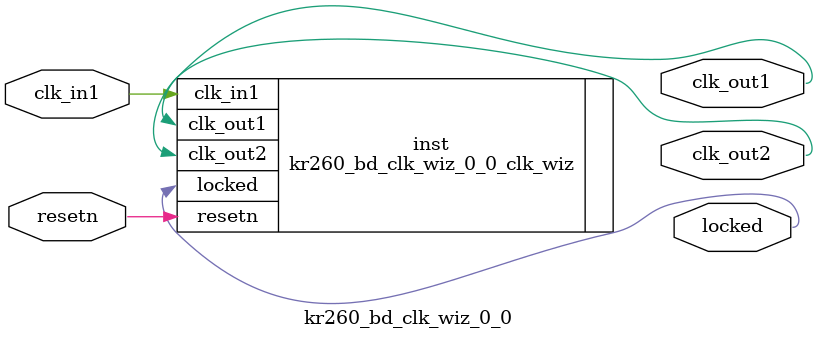
<source format=v>


`timescale 1ps/1ps

(* CORE_GENERATION_INFO = "kr260_bd_clk_wiz_0_0,clk_wiz_v6_0_15_0_0,{component_name=kr260_bd_clk_wiz_0_0,use_phase_alignment=false,use_min_o_jitter=false,use_max_i_jitter=false,use_dyn_phase_shift=false,use_inclk_switchover=false,use_dyn_reconfig=false,enable_axi=0,feedback_source=FDBK_AUTO,PRIMITIVE=MMCM,num_out_clk=2,clkin1_period=10.000,clkin2_period=10.000,use_power_down=false,use_reset=true,use_locked=true,use_inclk_stopped=false,feedback_type=SINGLE,CLOCK_MGR_TYPE=NA,manual_override=false}" *)

module kr260_bd_clk_wiz_0_0 
 (
  // Clock out ports
  output        clk_out1,
  output        clk_out2,
  // Status and control signals
  input         resetn,
  output        locked,
 // Clock in ports
  input         clk_in1
 );

  kr260_bd_clk_wiz_0_0_clk_wiz inst
  (
  // Clock out ports  
  .clk_out1(clk_out1),
  .clk_out2(clk_out2),
  // Status and control signals               
  .resetn(resetn), 
  .locked(locked),
 // Clock in ports
  .clk_in1(clk_in1)
  );

endmodule

</source>
